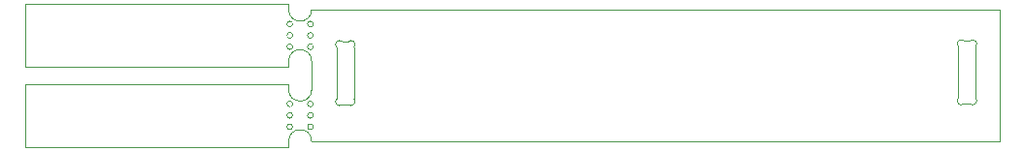
<source format=gbr>
%TF.GenerationSoftware,KiCad,Pcbnew,8.0.5*%
%TF.CreationDate,2025-02-11T15:16:58+01:00*%
%TF.ProjectId,keerlusRelais,6b656572-6c75-4735-9265-6c6169732e6b,rev?*%
%TF.SameCoordinates,Original*%
%TF.FileFunction,Profile,NP*%
%FSLAX46Y46*%
G04 Gerber Fmt 4.6, Leading zero omitted, Abs format (unit mm)*
G04 Created by KiCad (PCBNEW 8.0.5) date 2025-02-11 15:16:58*
%MOMM*%
%LPD*%
G01*
G04 APERTURE LIST*
%TA.AperFunction,Profile*%
%ADD10C,0.100000*%
%TD*%
%TA.AperFunction,Profile*%
%ADD11C,0.050000*%
%TD*%
%TA.AperFunction,Profile*%
%ADD12C,0.120000*%
%TD*%
G04 APERTURE END LIST*
D10*
X104500000Y-135500000D02*
X104500000Y-133000000D01*
X104500000Y-128500000D02*
X164500000Y-128500000D01*
X164500000Y-140000000D02*
X104500000Y-140000000D01*
X164500000Y-128500000D02*
X164500000Y-140000000D01*
%TO.C,U1*%
X79500000Y-128000000D02*
X102500000Y-128000000D01*
X79500000Y-133500000D02*
X79500000Y-128000000D01*
D11*
X102500000Y-128500000D02*
X102500000Y-128000000D01*
D10*
X102500000Y-133500000D02*
X79500000Y-133500000D01*
D11*
X102500000Y-133500000D02*
X102500000Y-133000000D01*
D12*
X102500000Y-133000000D02*
G75*
G02*
X104500000Y-133000000I1000000J0D01*
G01*
X104500000Y-128500000D02*
G75*
G02*
X102500000Y-128500000I-1000000J0D01*
G01*
X102850000Y-129750000D02*
G75*
G02*
X102350000Y-129750000I-250000J0D01*
G01*
X102350000Y-129750000D02*
G75*
G02*
X102850000Y-129750000I250000J0D01*
G01*
X102850000Y-130750000D02*
G75*
G02*
X102350000Y-130750000I-250000J0D01*
G01*
X102350000Y-130750000D02*
G75*
G02*
X102850000Y-130750000I250000J0D01*
G01*
X102850000Y-131750000D02*
G75*
G02*
X102350000Y-131750000I-250000J0D01*
G01*
X102350000Y-131750000D02*
G75*
G02*
X102850000Y-131750000I250000J0D01*
G01*
X104650000Y-129750000D02*
G75*
G02*
X104150000Y-129750000I-250000J0D01*
G01*
X104150000Y-129750000D02*
G75*
G02*
X104650000Y-129750000I250000J0D01*
G01*
X104650000Y-130750000D02*
G75*
G02*
X104150000Y-130750000I-250000J0D01*
G01*
X104150000Y-130750000D02*
G75*
G02*
X104650000Y-130750000I250000J0D01*
G01*
X104650000Y-131750000D02*
G75*
G02*
X104150000Y-131750000I-250000J0D01*
G01*
X104150000Y-131750000D02*
G75*
G02*
X104650000Y-131750000I250000J0D01*
G01*
D10*
%TO.C,J6*%
X79500000Y-135000000D02*
X102500000Y-135000000D01*
X79500000Y-140500000D02*
X79500000Y-135000000D01*
D11*
X102500000Y-135500000D02*
X102500000Y-135000000D01*
D10*
X102500000Y-140500000D02*
X79500000Y-140500000D01*
D11*
X102500000Y-140500000D02*
X102500000Y-140000000D01*
D12*
X102500000Y-140000000D02*
G75*
G02*
X104500000Y-140000000I1000000J0D01*
G01*
X104500000Y-135500000D02*
G75*
G02*
X102500000Y-135500000I-1000000J0D01*
G01*
X102850000Y-136750000D02*
G75*
G02*
X102350000Y-136750000I-250000J0D01*
G01*
X102350000Y-136750000D02*
G75*
G02*
X102850000Y-136750000I250000J0D01*
G01*
X102850000Y-137750000D02*
G75*
G02*
X102350000Y-137750000I-250000J0D01*
G01*
X102350000Y-137750000D02*
G75*
G02*
X102850000Y-137750000I250000J0D01*
G01*
X102850000Y-138750000D02*
G75*
G02*
X102350000Y-138750000I-250000J0D01*
G01*
X102350000Y-138750000D02*
G75*
G02*
X102850000Y-138750000I250000J0D01*
G01*
X104650000Y-136750000D02*
G75*
G02*
X104150000Y-136750000I-250000J0D01*
G01*
X104150000Y-136750000D02*
G75*
G02*
X104650000Y-136750000I250000J0D01*
G01*
X104650000Y-137750000D02*
G75*
G02*
X104150000Y-137750000I-250000J0D01*
G01*
X104150000Y-137750000D02*
G75*
G02*
X104650000Y-137750000I250000J0D01*
G01*
X104650000Y-138750000D02*
G75*
G02*
X104150000Y-138750000I-250000J0D01*
G01*
X104150000Y-138750000D02*
G75*
G02*
X104650000Y-138750000I250000J0D01*
G01*
D10*
%TO.C,J2*%
X160920999Y-136735777D02*
G75*
G02*
X160920999Y-136235777I250001J250000D01*
G01*
X160921000Y-131235776D02*
G75*
G02*
X161421000Y-131235776I250000J-250001D01*
G01*
X160921000Y-131735777D02*
G75*
G02*
X160921000Y-131235777I250000J250000D01*
G01*
X161421000Y-136735777D02*
G75*
G02*
X160921000Y-136735777I-250000J250001D01*
G01*
X161921000Y-131235777D02*
G75*
G02*
X162421000Y-131235777I250000J-250001D01*
G01*
X162421000Y-136235777D02*
G75*
G02*
X162421000Y-136735777I-250001J-250000D01*
G01*
X162421000Y-136735778D02*
G75*
G02*
X161921000Y-136735778I-250000J250001D01*
G01*
X162421001Y-131235777D02*
G75*
G02*
X162421001Y-131735777I-250001J-250000D01*
G01*
X160921000Y-131735777D02*
X160920999Y-136235777D01*
D11*
X161921000Y-131235777D02*
X161421000Y-131235776D01*
X161921000Y-136735778D02*
X161421000Y-136735777D01*
D10*
X162421000Y-136235777D02*
X162421001Y-131735777D01*
%TO.C,J3*%
X106692000Y-131795777D02*
X106691999Y-136295777D01*
D11*
X107192000Y-131295776D02*
X107692000Y-131295777D01*
X107192000Y-136795777D02*
X107692000Y-136795778D01*
D10*
X108192000Y-136295777D02*
X108192001Y-131795777D01*
X106691999Y-136795777D02*
G75*
G02*
X106691999Y-136295777I250001J250000D01*
G01*
X106692000Y-131295776D02*
G75*
G02*
X107192000Y-131295776I250000J-250001D01*
G01*
X106692000Y-131795777D02*
G75*
G02*
X106692000Y-131295777I250001J250000D01*
G01*
X107192000Y-136795777D02*
G75*
G02*
X106692000Y-136795777I-250000J250001D01*
G01*
X107692000Y-131295777D02*
G75*
G02*
X108192000Y-131295777I250000J-250001D01*
G01*
X108192000Y-136295777D02*
G75*
G02*
X108192000Y-136795777I-250000J-250000D01*
G01*
X108192000Y-136795778D02*
G75*
G02*
X107692000Y-136795778I-250000J250001D01*
G01*
X108192001Y-131295777D02*
G75*
G02*
X108192001Y-131795777I-250001J-250000D01*
G01*
%TD*%
M02*

</source>
